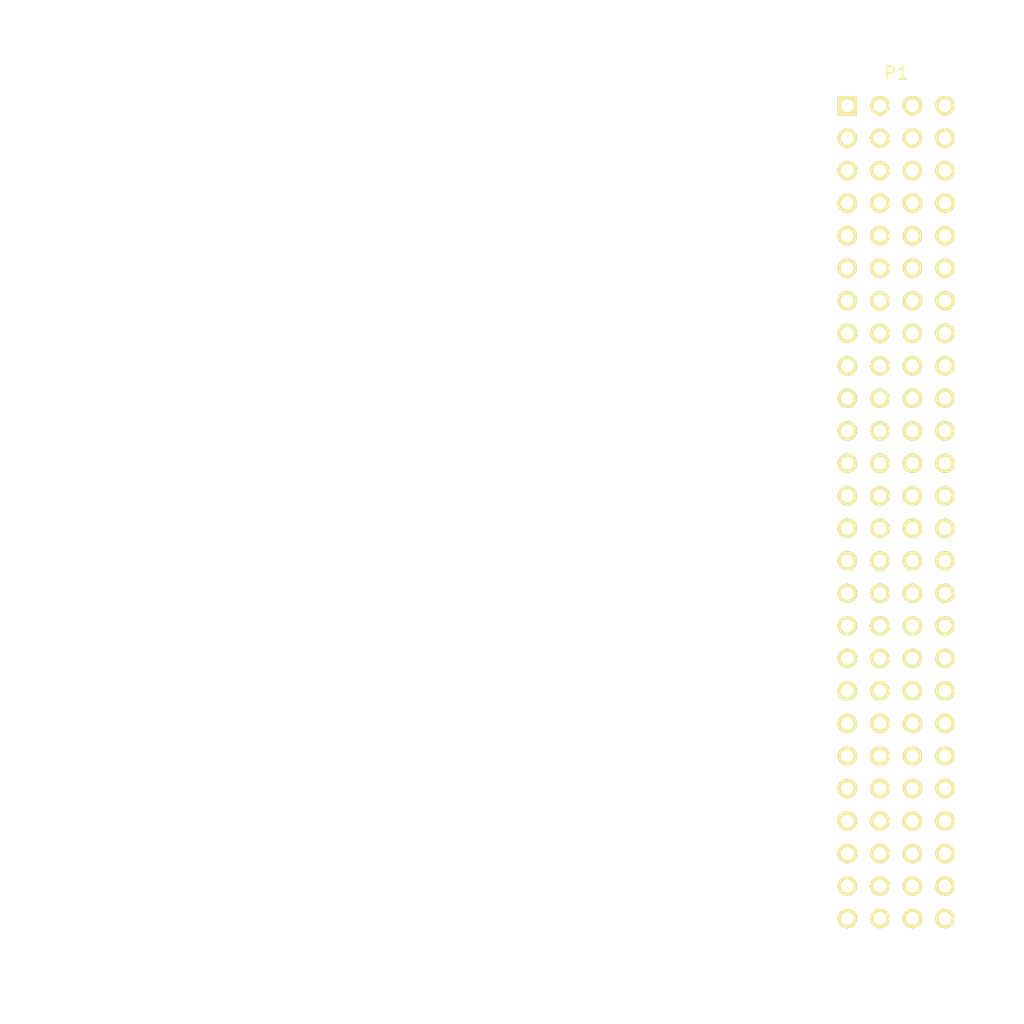
<source format=kicad_pcb>
(kicad_pcb (version 4) (host pcbnew 4.0.2-stable)

  (general
    (links 7)
    (no_connects 5)
    (area 49.924999 49.924999 130.075001 130.075001)
    (thickness 1.6)
    (drawings 8)
    (tracks 13)
    (zones 0)
    (modules 1)
    (nets 16)
  )

  (page A4)
  (layers
    (0 F.Cu signal)
    (1 GND signal)
    (2 Power signal)
    (31 B.Cu signal)
    (32 B.Adhes user)
    (33 F.Adhes user)
    (34 B.Paste user)
    (35 F.Paste user)
    (36 B.SilkS user)
    (37 F.SilkS user)
    (38 B.Mask user)
    (39 F.Mask user)
    (40 Dwgs.User user)
    (41 Cmts.User user)
    (42 Eco1.User user)
    (43 Eco2.User user)
    (44 Edge.Cuts user)
    (45 Margin user)
    (46 B.CrtYd user)
    (47 F.CrtYd user)
    (48 B.Fab user)
    (49 F.Fab user)
  )

  (setup
    (last_trace_width 0.25)
    (trace_clearance 0.2)
    (zone_clearance 0.508)
    (zone_45_only yes)
    (trace_min 0.204)
    (segment_width 0.2)
    (edge_width 0.15)
    (via_size 0.6)
    (via_drill 0.4)
    (via_min_size 0.4)
    (via_min_drill 0.3)
    (uvia_size 0.3)
    (uvia_drill 0.1)
    (uvias_allowed no)
    (uvia_min_size 0.2)
    (uvia_min_drill 0.1)
    (pcb_text_width 0.3)
    (pcb_text_size 1.5 1.5)
    (mod_edge_width 0.15)
    (mod_text_size 1 1)
    (mod_text_width 0.15)
    (pad_size 1.524 1.524)
    (pad_drill 0.762)
    (pad_to_mask_clearance 0.2)
    (aux_axis_origin 0 0)
    (grid_origin 50 50)
    (visible_elements FFFFFF7F)
    (pcbplotparams
      (layerselection 0x00030_80000001)
      (usegerberextensions false)
      (excludeedgelayer true)
      (linewidth 0.100000)
      (plotframeref false)
      (viasonmask false)
      (mode 1)
      (useauxorigin false)
      (hpglpennumber 1)
      (hpglpenspeed 20)
      (hpglpendiameter 15)
      (hpglpenoverlay 2)
      (psnegative false)
      (psa4output false)
      (plotreference true)
      (plotvalue true)
      (plotinvisibletext false)
      (padsonsilk false)
      (subtractmaskfromsilk false)
      (outputformat 1)
      (mirror false)
      (drillshape 1)
      (scaleselection 1)
      (outputdirectory ""))
  )

  (net 0 "")
  (net 1 +5V)
  (net 2 +3V3)
  (net 3 GND)
  (net 4 /VSYS)
  (net 5 /VCHRG)
  (net 6 /VSOLAR)
  (net 7 GNDA)
  (net 8 /VBAT8)
  (net 9 /VBAT4)
  (net 10 /VBAT7)
  (net 11 /VBAT3)
  (net 12 /VBAT6)
  (net 13 /VBAT2)
  (net 14 /VBAT5)
  (net 15 /VBAT1)

  (net_class Default "This is the default net class."
    (clearance 0.2)
    (trace_width 0.25)
    (via_dia 0.6)
    (via_drill 0.4)
    (uvia_dia 0.3)
    (uvia_drill 0.1)
  )

  (net_class Power ""
    (clearance 0.2)
    (trace_width 0.5)
    (via_dia 0.6)
    (via_drill 0.4)
    (uvia_dia 0.3)
    (uvia_drill 0.1)
    (add_net +3V3)
    (add_net +5V)
    (add_net /VBAT1)
    (add_net /VBAT2)
    (add_net /VBAT3)
    (add_net /VBAT4)
    (add_net /VBAT5)
    (add_net /VBAT6)
    (add_net /VBAT7)
    (add_net /VBAT8)
    (add_net /VCHRG)
    (add_net /VSOLAR)
    (add_net /VSYS)
    (add_net GND)
    (add_net GNDA)
  )

  (module PC104:PC104 (layer F.Cu) (tedit 56E4A578) (tstamp 56E4AB62)
    (at 120 90)
    (path /56E49DE7)
    (fp_text reference P1 (at 0 -34.29) (layer F.SilkS)
      (effects (font (size 1 1) (thickness 0.15)))
    )
    (fp_text value PC104 (at 0 33.914) (layer F.Fab)
      (effects (font (size 1 1) (thickness 0.15)))
    )
    (pad 1A thru_hole rect (at -3.81 -31.75) (size 1.5 1.5) (drill 1) (layers *.Cu *.Mask F.SilkS))
    (pad 1B thru_hole circle (at -1.27 -31.75) (size 1.5 1.5) (drill 1) (layers *.Cu *.Mask F.SilkS))
    (pad 2A thru_hole circle (at -3.81 -29.21) (size 1.5 1.5) (drill 1) (layers *.Cu *.Mask F.SilkS))
    (pad 2B thru_hole circle (at -1.27 -29.21) (size 1.5 1.5) (drill 1) (layers *.Cu *.Mask F.SilkS))
    (pad 3A thru_hole circle (at -3.81 -26.67) (size 1.5 1.5) (drill 1) (layers *.Cu *.Mask F.SilkS))
    (pad 3B thru_hole circle (at -1.27 -26.67) (size 1.5 1.5) (drill 1) (layers *.Cu *.Mask F.SilkS))
    (pad 4A thru_hole circle (at -3.81 -24.13) (size 1.5 1.5) (drill 1) (layers *.Cu *.Mask F.SilkS))
    (pad 4B thru_hole circle (at -1.27 -24.13) (size 1.5 1.5) (drill 1) (layers *.Cu *.Mask F.SilkS))
    (pad 5A thru_hole circle (at -3.81 -21.59) (size 1.5 1.5) (drill 1) (layers *.Cu *.Mask F.SilkS))
    (pad 5B thru_hole circle (at -1.27 -21.59) (size 1.5 1.5) (drill 1) (layers *.Cu *.Mask F.SilkS))
    (pad 6A thru_hole circle (at -3.81 -19.05) (size 1.5 1.5) (drill 1) (layers *.Cu *.Mask F.SilkS))
    (pad 6B thru_hole circle (at -1.27 -19.05) (size 1.5 1.5) (drill 1) (layers *.Cu *.Mask F.SilkS))
    (pad 7A thru_hole circle (at -3.81 -16.51) (size 1.5 1.5) (drill 1) (layers *.Cu *.Mask F.SilkS))
    (pad 7B thru_hole circle (at -1.27 -16.51) (size 1.5 1.5) (drill 1) (layers *.Cu *.Mask F.SilkS))
    (pad 8A thru_hole circle (at -3.81 -13.97) (size 1.5 1.5) (drill 1) (layers *.Cu *.Mask F.SilkS))
    (pad 8B thru_hole circle (at -1.27 -13.97) (size 1.5 1.5) (drill 1) (layers *.Cu *.Mask F.SilkS))
    (pad 9A thru_hole circle (at -3.81 -11.43) (size 1.5 1.5) (drill 1) (layers *.Cu *.Mask F.SilkS))
    (pad 9B thru_hole circle (at -1.27 -11.43) (size 1.5 1.5) (drill 1) (layers *.Cu *.Mask F.SilkS))
    (pad 10A thru_hole circle (at -3.81 -8.89) (size 1.5 1.5) (drill 1) (layers *.Cu *.Mask F.SilkS))
    (pad 10B thru_hole circle (at -1.27 -8.89) (size 1.5 1.5) (drill 1) (layers *.Cu *.Mask F.SilkS))
    (pad 11A thru_hole circle (at -3.81 -6.35) (size 1.5 1.5) (drill 1) (layers *.Cu *.Mask F.SilkS))
    (pad 11B thru_hole circle (at -1.27 -6.35) (size 1.5 1.5) (drill 1) (layers *.Cu *.Mask F.SilkS))
    (pad 12A thru_hole circle (at -3.81 -3.81) (size 1.5 1.5) (drill 1) (layers *.Cu *.Mask F.SilkS))
    (pad 12B thru_hole circle (at -1.27 -3.81) (size 1.5 1.5) (drill 1) (layers *.Cu *.Mask F.SilkS))
    (pad 13A thru_hole circle (at -3.81 -1.27) (size 1.5 1.5) (drill 1) (layers *.Cu *.Mask F.SilkS))
    (pad 13B thru_hole circle (at -1.27 -1.27) (size 1.5 1.5) (drill 1) (layers *.Cu *.Mask F.SilkS))
    (pad 14A thru_hole circle (at -3.81 1.27) (size 1.5 1.5) (drill 1) (layers *.Cu *.Mask F.SilkS))
    (pad 14B thru_hole circle (at -1.27 1.27) (size 1.5 1.5) (drill 1) (layers *.Cu *.Mask F.SilkS))
    (pad 15A thru_hole circle (at -3.81 3.81) (size 1.5 1.5) (drill 1) (layers *.Cu *.Mask F.SilkS))
    (pad 15B thru_hole circle (at -1.27 3.81) (size 1.5 1.5) (drill 1) (layers *.Cu *.Mask F.SilkS))
    (pad 16A thru_hole circle (at -3.81 6.35) (size 1.5 1.5) (drill 1) (layers *.Cu *.Mask F.SilkS))
    (pad 16B thru_hole circle (at -1.27 6.35) (size 1.5 1.5) (drill 1) (layers *.Cu *.Mask F.SilkS))
    (pad 17A thru_hole circle (at -3.81 8.89) (size 1.5 1.5) (drill 1) (layers *.Cu *.Mask F.SilkS))
    (pad 17B thru_hole circle (at -1.27 8.89) (size 1.5 1.5) (drill 1) (layers *.Cu *.Mask F.SilkS))
    (pad 18A thru_hole circle (at -3.81 11.43) (size 1.5 1.5) (drill 1) (layers *.Cu *.Mask F.SilkS))
    (pad 18B thru_hole circle (at -1.27 11.43) (size 1.5 1.5) (drill 1) (layers *.Cu *.Mask F.SilkS))
    (pad 19A thru_hole circle (at -3.81 13.97) (size 1.5 1.5) (drill 1) (layers *.Cu *.Mask F.SilkS))
    (pad 19B thru_hole circle (at -1.27 13.97) (size 1.5 1.5) (drill 1) (layers *.Cu *.Mask F.SilkS))
    (pad 20A thru_hole circle (at -3.81 16.51) (size 1.5 1.5) (drill 1) (layers *.Cu *.Mask F.SilkS))
    (pad 20B thru_hole circle (at -1.27 16.51) (size 1.5 1.5) (drill 1) (layers *.Cu *.Mask F.SilkS))
    (pad 21A thru_hole circle (at -3.81 19.05) (size 1.5 1.5) (drill 1) (layers *.Cu *.Mask F.SilkS))
    (pad 21B thru_hole circle (at -1.27 19.05) (size 1.5 1.5) (drill 1) (layers *.Cu *.Mask F.SilkS))
    (pad 22A thru_hole circle (at -3.81 21.59) (size 1.5 1.5) (drill 1) (layers *.Cu *.Mask F.SilkS))
    (pad 22B thru_hole circle (at -1.27 21.59) (size 1.5 1.5) (drill 1) (layers *.Cu *.Mask F.SilkS))
    (pad 23A thru_hole circle (at -3.81 24.13) (size 1.5 1.5) (drill 1) (layers *.Cu *.Mask F.SilkS))
    (pad 23B thru_hole circle (at -1.27 24.13) (size 1.5 1.5) (drill 1) (layers *.Cu *.Mask F.SilkS))
    (pad 24A thru_hole circle (at -3.81 26.67) (size 1.5 1.5) (drill 1) (layers *.Cu *.Mask F.SilkS))
    (pad 24B thru_hole circle (at -1.27 26.67) (size 1.5 1.5) (drill 1) (layers *.Cu *.Mask F.SilkS))
    (pad 25A thru_hole circle (at -3.81 29.21) (size 1.5 1.5) (drill 1) (layers *.Cu *.Mask F.SilkS))
    (pad 25B thru_hole circle (at -1.27 29.21) (size 1.5 1.5) (drill 1) (layers *.Cu *.Mask F.SilkS))
    (pad 26A thru_hole circle (at -3.81 31.75) (size 1.5 1.5) (drill 1) (layers *.Cu *.Mask F.SilkS))
    (pad 26B thru_hole circle (at -1.27 31.75) (size 1.5 1.5) (drill 1) (layers *.Cu *.Mask F.SilkS))
    (pad 1C thru_hole circle (at 1.27 -31.75) (size 1.5 1.5) (drill 1) (layers *.Cu *.Mask F.SilkS))
    (pad 1D thru_hole circle (at 3.81 -31.75) (size 1.5 1.5) (drill 1) (layers *.Cu *.Mask F.SilkS))
    (pad 2C thru_hole circle (at 1.27 -29.21) (size 1.5 1.5) (drill 1) (layers *.Cu *.Mask F.SilkS))
    (pad 2D thru_hole circle (at 3.81 -29.21) (size 1.5 1.5) (drill 1) (layers *.Cu *.Mask F.SilkS))
    (pad 3C thru_hole circle (at 1.27 -26.67) (size 1.5 1.5) (drill 1) (layers *.Cu *.Mask F.SilkS))
    (pad 3D thru_hole circle (at 3.81 -26.67) (size 1.5 1.5) (drill 1) (layers *.Cu *.Mask F.SilkS))
    (pad 4C thru_hole circle (at 1.27 -24.13) (size 1.5 1.5) (drill 1) (layers *.Cu *.Mask F.SilkS))
    (pad 4D thru_hole circle (at 3.81 -24.13) (size 1.5 1.5) (drill 1) (layers *.Cu *.Mask F.SilkS))
    (pad 5C thru_hole circle (at 1.27 -21.59) (size 1.5 1.5) (drill 1) (layers *.Cu *.Mask F.SilkS))
    (pad 5D thru_hole circle (at 3.81 -21.59) (size 1.5 1.5) (drill 1) (layers *.Cu *.Mask F.SilkS))
    (pad 6C thru_hole circle (at 1.27 -19.05) (size 1.5 1.5) (drill 1) (layers *.Cu *.Mask F.SilkS))
    (pad 6D thru_hole circle (at 3.81 -19.05) (size 1.5 1.5) (drill 1) (layers *.Cu *.Mask F.SilkS))
    (pad 7C thru_hole circle (at 1.27 -16.51) (size 1.5 1.5) (drill 1) (layers *.Cu *.Mask F.SilkS))
    (pad 7D thru_hole circle (at 3.81 -16.51) (size 1.5 1.5) (drill 1) (layers *.Cu *.Mask F.SilkS))
    (pad 8C thru_hole circle (at 1.27 -13.97) (size 1.5 1.5) (drill 1) (layers *.Cu *.Mask F.SilkS))
    (pad 8D thru_hole circle (at 3.81 -13.97) (size 1.5 1.5) (drill 1) (layers *.Cu *.Mask F.SilkS))
    (pad 9C thru_hole circle (at 1.27 -11.43) (size 1.5 1.5) (drill 1) (layers *.Cu *.Mask F.SilkS))
    (pad 9D thru_hole circle (at 3.81 -11.43) (size 1.5 1.5) (drill 1) (layers *.Cu *.Mask F.SilkS))
    (pad 10C thru_hole circle (at 1.27 -8.89) (size 1.5 1.5) (drill 1) (layers *.Cu *.Mask F.SilkS))
    (pad 10D thru_hole circle (at 3.81 -8.89) (size 1.5 1.5) (drill 1) (layers *.Cu *.Mask F.SilkS))
    (pad 11C thru_hole circle (at 1.27 -6.35) (size 1.5 1.5) (drill 1) (layers *.Cu *.Mask F.SilkS))
    (pad 11D thru_hole circle (at 3.81 -6.35) (size 1.5 1.5) (drill 1) (layers *.Cu *.Mask F.SilkS))
    (pad 12C thru_hole circle (at 1.27 -3.81) (size 1.5 1.5) (drill 1) (layers *.Cu *.Mask F.SilkS))
    (pad 12D thru_hole circle (at 3.81 -3.81) (size 1.5 1.5) (drill 1) (layers *.Cu *.Mask F.SilkS))
    (pad 13C thru_hole circle (at 1.27 -1.27) (size 1.5 1.5) (drill 1) (layers *.Cu *.Mask F.SilkS)
      (net 1 +5V))
    (pad 13D thru_hole circle (at 3.81 -1.27) (size 1.5 1.5) (drill 1) (layers *.Cu *.Mask F.SilkS)
      (net 1 +5V))
    (pad 14C thru_hole circle (at 1.27 1.27) (size 1.5 1.5) (drill 1) (layers *.Cu *.Mask F.SilkS)
      (net 2 +3V3))
    (pad 14D thru_hole circle (at 3.81 1.27) (size 1.5 1.5) (drill 1) (layers *.Cu *.Mask F.SilkS)
      (net 2 +3V3))
    (pad 15C thru_hole circle (at 1.27 3.81) (size 1.5 1.5) (drill 1) (layers *.Cu *.Mask F.SilkS)
      (net 3 GND))
    (pad 15D thru_hole circle (at 3.81 3.81) (size 1.5 1.5) (drill 1) (layers *.Cu *.Mask F.SilkS)
      (net 3 GND))
    (pad 16C thru_hole circle (at 1.27 6.35) (size 1.5 1.5) (drill 1) (layers *.Cu *.Mask F.SilkS)
      (net 7 GNDA))
    (pad 16D thru_hole circle (at 3.81 6.35) (size 1.5 1.5) (drill 1) (layers *.Cu *.Mask F.SilkS)
      (net 3 GND))
    (pad 17C thru_hole circle (at 1.27 8.89) (size 1.5 1.5) (drill 1) (layers *.Cu *.Mask F.SilkS)
      (net 4 /VSYS))
    (pad 17D thru_hole circle (at 3.81 8.89) (size 1.5 1.5) (drill 1) (layers *.Cu *.Mask F.SilkS)
      (net 4 /VSYS))
    (pad 18C thru_hole circle (at 1.27 11.43) (size 1.5 1.5) (drill 1) (layers *.Cu *.Mask F.SilkS)
      (net 5 /VCHRG))
    (pad 18D thru_hole circle (at 3.81 11.43) (size 1.5 1.5) (drill 1) (layers *.Cu *.Mask F.SilkS)
      (net 5 /VCHRG))
    (pad 19C thru_hole circle (at 1.27 13.97) (size 1.5 1.5) (drill 1) (layers *.Cu *.Mask F.SilkS)
      (net 6 /VSOLAR))
    (pad 19D thru_hole circle (at 3.81 13.97) (size 1.5 1.5) (drill 1) (layers *.Cu *.Mask F.SilkS)
      (net 6 /VSOLAR))
    (pad 20C thru_hole circle (at 1.27 16.51) (size 1.5 1.5) (drill 1) (layers *.Cu *.Mask F.SilkS)
      (net 8 /VBAT8))
    (pad 20D thru_hole circle (at 3.81 16.51) (size 1.5 1.5) (drill 1) (layers *.Cu *.Mask F.SilkS)
      (net 9 /VBAT4))
    (pad 21C thru_hole circle (at 1.27 19.05) (size 1.5 1.5) (drill 1) (layers *.Cu *.Mask F.SilkS)
      (net 10 /VBAT7))
    (pad 21D thru_hole circle (at 3.81 19.05) (size 1.5 1.5) (drill 1) (layers *.Cu *.Mask F.SilkS)
      (net 11 /VBAT3))
    (pad 22C thru_hole circle (at 1.27 21.59) (size 1.5 1.5) (drill 1) (layers *.Cu *.Mask F.SilkS)
      (net 12 /VBAT6))
    (pad 22D thru_hole circle (at 3.81 21.59) (size 1.5 1.5) (drill 1) (layers *.Cu *.Mask F.SilkS)
      (net 13 /VBAT2))
    (pad 23C thru_hole circle (at 1.27 24.13) (size 1.5 1.5) (drill 1) (layers *.Cu *.Mask F.SilkS)
      (net 14 /VBAT5))
    (pad 23D thru_hole circle (at 3.81 24.13) (size 1.5 1.5) (drill 1) (layers *.Cu *.Mask F.SilkS)
      (net 15 /VBAT1))
    (pad 24C thru_hole circle (at 1.27 26.67) (size 1.5 1.5) (drill 1) (layers *.Cu *.Mask F.SilkS))
    (pad 24D thru_hole circle (at 3.81 26.67) (size 1.5 1.5) (drill 1) (layers *.Cu *.Mask F.SilkS))
    (pad 25C thru_hole circle (at 1.27 29.21) (size 1.5 1.5) (drill 1) (layers *.Cu *.Mask F.SilkS))
    (pad 25D thru_hole circle (at 3.81 29.21) (size 1.5 1.5) (drill 1) (layers *.Cu *.Mask F.SilkS))
    (pad 26C thru_hole circle (at 1.27 31.75) (size 1.5 1.5) (drill 1) (layers *.Cu *.Mask F.SilkS))
    (pad 26D thru_hole circle (at 3.81 31.75) (size 1.5 1.5) (drill 1) (layers *.Cu *.Mask F.SilkS))
  )

  (segment (start 123.81 88.73) (end 121.27 88.73) (width 0.5) (layer Power) (net 1))
  (segment (start 123.81 91.27) (end 121.27 91.27) (width 0.5) (layer Power) (net 2))
  (segment (start 120.069999 95.010001) (end 120.144998 95.085) (width 0.5) (layer GND) (net 3))
  (segment (start 120.069999 95.010001) (end 119.995 95.085) (width 0.5) (layer GND) (net 3))
  (segment (start 119.995 95.085) (end 114.135 95.085) (width 0.5) (layer GND) (net 3))
  (segment (start 120.005 92.545) (end 114.135 92.545) (width 0.5) (layer GND) (net 3))
  (segment (start 121.27 93.81) (end 120.005 92.545) (width 0.5) (layer GND) (net 3))
  (segment (start 121.27 93.81) (end 120.069999 95.010001) (width 0.5) (layer GND) (net 3))
  (segment (start 123.81 98.89) (end 121.27 98.89) (width 0.5) (layer Power) (net 4))
  (segment (start 123.81 101.43) (end 121.27 101.43) (width 0.5) (layer Power) (net 5))
  (segment (start 123.81 103.97) (end 121.27 103.97) (width 0.5) (layer Power) (net 6))
  (segment (start 121.27 96.35) (end 119.995 97.625) (width 0.5) (layer GND) (net 7))
  (segment (start 119.995 97.625) (end 114.135 97.625) (width 0.5) (layer GND) (net 7))

  (zone (net 3) (net_name GND) (layer GND) (tstamp 0) (hatch edge 0.508)
    (connect_pads (clearance 0.508))
    (min_thickness 0.254)
    (fill yes (arc_segments 16) (thermal_gap 0.508) (thermal_bridge_width 0.508))
    (polygon
      (pts
        (xy 55 50) (xy 125 50) (xy 130 55) (xy 130 125) (xy 125 130)
        (xy 55 130) (xy 50 125) (xy 50 55)
      )
    )
    (filled_polygon
      (pts
        (xy 129.29 55.294092) (xy 129.29 124.705908) (xy 124.705908 129.29) (xy 55.294092 129.29) (xy 50.71 124.705908)
        (xy 50.71 97.625) (xy 113.25 97.625) (xy 113.317367 97.963675) (xy 113.50921 98.25079) (xy 113.796325 98.442633)
        (xy 114.135 98.51) (xy 114.848134 98.51) (xy 114.805241 98.613298) (xy 114.80476 99.164285) (xy 115.015169 99.673515)
        (xy 115.404436 100.063461) (xy 115.63687 100.159976) (xy 115.406485 100.255169) (xy 115.016539 100.644436) (xy 114.805241 101.153298)
        (xy 114.80476 101.704285) (xy 115.015169 102.213515) (xy 115.404436 102.603461) (xy 115.63687 102.699976) (xy 115.406485 102.795169)
        (xy 115.016539 103.184436) (xy 114.805241 103.693298) (xy 114.80476 104.244285) (xy 115.015169 104.753515) (xy 115.404436 105.143461)
        (xy 115.63687 105.239976) (xy 115.406485 105.335169) (xy 115.016539 105.724436) (xy 114.805241 106.233298) (xy 114.80476 106.784285)
        (xy 115.015169 107.293515) (xy 115.404436 107.683461) (xy 115.63687 107.779976) (xy 115.406485 107.875169) (xy 115.016539 108.264436)
        (xy 114.805241 108.773298) (xy 114.80476 109.324285) (xy 115.015169 109.833515) (xy 115.404436 110.223461) (xy 115.63687 110.319976)
        (xy 115.406485 110.415169) (xy 115.016539 110.804436) (xy 114.805241 111.313298) (xy 114.80476 111.864285) (xy 115.015169 112.373515)
        (xy 115.404436 112.763461) (xy 115.63687 112.859976) (xy 115.406485 112.955169) (xy 115.016539 113.344436) (xy 114.805241 113.853298)
        (xy 114.80476 114.404285) (xy 115.015169 114.913515) (xy 115.404436 115.303461) (xy 115.63687 115.399976) (xy 115.406485 115.495169)
        (xy 115.016539 115.884436) (xy 114.805241 116.393298) (xy 114.80476 116.944285) (xy 115.015169 117.453515) (xy 115.404436 117.843461)
        (xy 115.63687 117.939976) (xy 115.406485 118.035169) (xy 115.016539 118.424436) (xy 114.805241 118.933298) (xy 114.80476 119.484285)
        (xy 115.015169 119.993515) (xy 115.404436 120.383461) (xy 115.63687 120.479976) (xy 115.406485 120.575169) (xy 115.016539 120.964436)
        (xy 114.805241 121.473298) (xy 114.80476 122.024285) (xy 115.015169 122.533515) (xy 115.404436 122.923461) (xy 115.913298 123.134759)
        (xy 116.464285 123.13524) (xy 116.973515 122.924831) (xy 117.363461 122.535564) (xy 117.459976 122.30313) (xy 117.555169 122.533515)
        (xy 117.944436 122.923461) (xy 118.453298 123.134759) (xy 119.004285 123.13524) (xy 119.513515 122.924831) (xy 119.903461 122.535564)
        (xy 119.999976 122.30313) (xy 120.095169 122.533515) (xy 120.484436 122.923461) (xy 120.993298 123.134759) (xy 121.544285 123.13524)
        (xy 122.053515 122.924831) (xy 122.443461 122.535564) (xy 122.539976 122.30313) (xy 122.635169 122.533515) (xy 123.024436 122.923461)
        (xy 123.533298 123.134759) (xy 124.084285 123.13524) (xy 124.593515 122.924831) (xy 124.983461 122.535564) (xy 125.194759 122.026702)
        (xy 125.19524 121.475715) (xy 124.984831 120.966485) (xy 124.595564 120.576539) (xy 124.36313 120.480024) (xy 124.593515 120.384831)
        (xy 124.983461 119.995564) (xy 125.194759 119.486702) (xy 125.19524 118.935715) (xy 124.984831 118.426485) (xy 124.595564 118.036539)
        (xy 124.36313 117.940024) (xy 124.593515 117.844831) (xy 124.983461 117.455564) (xy 125.194759 116.946702) (xy 125.19524 116.395715)
        (xy 124.984831 115.886485) (xy 124.595564 115.496539) (xy 124.36313 115.400024) (xy 124.593515 115.304831) (xy 124.983461 114.915564)
        (xy 125.194759 114.406702) (xy 125.19524 113.855715) (xy 124.984831 113.346485) (xy 124.595564 112.956539) (xy 124.36313 112.860024)
        (xy 124.593515 112.764831) (xy 124.983461 112.375564) (xy 125.194759 111.866702) (xy 125.19524 111.315715) (xy 124.984831 110.806485)
        (xy 124.595564 110.416539) (xy 124.36313 110.320024) (xy 124.593515 110.224831) (xy 124.983461 109.835564) (xy 125.194759 109.326702)
        (xy 125.19524 108.775715) (xy 124.984831 108.266485) (xy 124.595564 107.876539) (xy 124.36313 107.780024) (xy 124.593515 107.684831)
        (xy 124.983461 107.295564) (xy 125.194759 106.786702) (xy 125.19524 106.235715) (xy 124.984831 105.726485) (xy 124.595564 105.336539)
        (xy 124.36313 105.240024) (xy 124.593515 105.144831) (xy 124.983461 104.755564) (xy 125.194759 104.246702) (xy 125.19524 103.695715)
        (xy 124.984831 103.186485) (xy 124.595564 102.796539) (xy 124.36313 102.700024) (xy 124.593515 102.604831) (xy 124.983461 102.215564)
        (xy 125.194759 101.706702) (xy 125.19524 101.155715) (xy 124.984831 100.646485) (xy 124.595564 100.256539) (xy 124.36313 100.160024)
        (xy 124.593515 100.064831) (xy 124.983461 99.675564) (xy 125.194759 99.166702) (xy 125.19524 98.615715) (xy 124.984831 98.106485)
        (xy 124.595564 97.716539) (xy 124.379021 97.626623) (xy 124.533923 97.56246) (xy 124.601912 97.321517) (xy 123.81 96.529605)
        (xy 123.018088 97.321517) (xy 123.086077 97.56246) (xy 123.252621 97.621732) (xy 123.026485 97.715169) (xy 122.636539 98.104436)
        (xy 122.540024 98.33687) (xy 122.444831 98.106485) (xy 122.055564 97.716539) (xy 121.82313 97.620024) (xy 122.053515 97.524831)
        (xy 122.443461 97.135564) (xy 122.533377 96.919021) (xy 122.59754 97.073923) (xy 122.838483 97.141912) (xy 123.630395 96.35)
        (xy 123.989605 96.35) (xy 124.781517 97.141912) (xy 125.02246 97.073923) (xy 125.207201 96.554829) (xy 125.17923 96.004552)
        (xy 125.02246 95.626077) (xy 124.781517 95.558088) (xy 123.989605 96.35) (xy 123.630395 96.35) (xy 122.838483 95.558088)
        (xy 122.59754 95.626077) (xy 122.538268 95.792621) (xy 122.444831 95.566485) (xy 122.055564 95.176539) (xy 121.839021 95.086623)
        (xy 121.993923 95.02246) (xy 122.061912 94.781517) (xy 123.018088 94.781517) (xy 123.086077 95.02246) (xy 123.235511 95.075642)
        (xy 123.086077 95.13754) (xy 123.018088 95.378483) (xy 123.81 96.170395) (xy 124.601912 95.378483) (xy 124.533923 95.13754)
        (xy 124.384489 95.084358) (xy 124.533923 95.02246) (xy 124.601912 94.781517) (xy 123.81 93.989605) (xy 123.018088 94.781517)
        (xy 122.061912 94.781517) (xy 121.27 93.989605) (xy 120.478088 94.781517) (xy 120.546077 95.02246) (xy 120.712621 95.081732)
        (xy 120.486485 95.175169) (xy 120.096539 95.564436) (xy 120.000024 95.79687) (xy 119.904831 95.566485) (xy 119.515564 95.176539)
        (xy 119.28313 95.080024) (xy 119.513515 94.984831) (xy 119.903461 94.595564) (xy 119.993377 94.379021) (xy 120.05754 94.533923)
        (xy 120.298483 94.601912) (xy 121.090395 93.81) (xy 121.449605 93.81) (xy 122.241517 94.601912) (xy 122.48246 94.533923)
        (xy 122.535642 94.384489) (xy 122.59754 94.533923) (xy 122.838483 94.601912) (xy 123.630395 93.81) (xy 123.989605 93.81)
        (xy 124.781517 94.601912) (xy 125.02246 94.533923) (xy 125.207201 94.014829) (xy 125.17923 93.464552) (xy 125.02246 93.086077)
        (xy 124.781517 93.018088) (xy 123.989605 93.81) (xy 123.630395 93.81) (xy 122.838483 93.018088) (xy 122.59754 93.086077)
        (xy 122.544358 93.235511) (xy 122.48246 93.086077) (xy 122.241517 93.018088) (xy 121.449605 93.81) (xy 121.090395 93.81)
        (xy 120.298483 93.018088) (xy 120.05754 93.086077) (xy 119.998268 93.252621) (xy 119.904831 93.026485) (xy 119.515564 92.636539)
        (xy 119.28313 92.540024) (xy 119.513515 92.444831) (xy 119.903461 92.055564) (xy 119.999976 91.82313) (xy 120.095169 92.053515)
        (xy 120.484436 92.443461) (xy 120.700979 92.533377) (xy 120.546077 92.59754) (xy 120.478088 92.838483) (xy 121.27 93.630395)
        (xy 122.061912 92.838483) (xy 121.993923 92.59754) (xy 121.827379 92.538268) (xy 122.053515 92.444831) (xy 122.443461 92.055564)
        (xy 122.539976 91.82313) (xy 122.635169 92.053515) (xy 123.024436 92.443461) (xy 123.240979 92.533377) (xy 123.086077 92.59754)
        (xy 123.018088 92.838483) (xy 123.81 93.630395) (xy 124.601912 92.838483) (xy 124.533923 92.59754) (xy 124.367379 92.538268)
        (xy 124.593515 92.444831) (xy 124.983461 92.055564) (xy 125.194759 91.546702) (xy 125.19524 90.995715) (xy 124.984831 90.486485)
        (xy 124.595564 90.096539) (xy 124.36313 90.000024) (xy 124.593515 89.904831) (xy 124.983461 89.515564) (xy 125.194759 89.006702)
        (xy 125.19524 88.455715) (xy 124.984831 87.946485) (xy 124.595564 87.556539) (xy 124.36313 87.460024) (xy 124.593515 87.364831)
        (xy 124.983461 86.975564) (xy 125.194759 86.466702) (xy 125.19524 85.915715) (xy 124.984831 85.406485) (xy 124.595564 85.016539)
        (xy 124.36313 84.920024) (xy 124.593515 84.824831) (xy 124.983461 84.435564) (xy 125.194759 83.926702) (xy 125.19524 83.375715)
        (xy 124.984831 82.866485) (xy 124.595564 82.476539) (xy 124.36313 82.380024) (xy 124.593515 82.284831) (xy 124.983461 81.895564)
        (xy 125.194759 81.386702) (xy 125.19524 80.835715) (xy 124.984831 80.326485) (xy 124.595564 79.936539) (xy 124.36313 79.840024)
        (xy 124.593515 79.744831) (xy 124.983461 79.355564) (xy 125.194759 78.846702) (xy 125.19524 78.295715) (xy 124.984831 77.786485)
        (xy 124.595564 77.396539) (xy 124.36313 77.300024) (xy 124.593515 77.204831) (xy 124.983461 76.815564) (xy 125.194759 76.306702)
        (xy 125.19524 75.755715) (xy 124.984831 75.246485) (xy 124.595564 74.856539) (xy 124.36313 74.760024) (xy 124.593515 74.664831)
        (xy 124.983461 74.275564) (xy 125.194759 73.766702) (xy 125.19524 73.215715) (xy 124.984831 72.706485) (xy 124.595564 72.316539)
        (xy 124.36313 72.220024) (xy 124.593515 72.124831) (xy 124.983461 71.735564) (xy 125.194759 71.226702) (xy 125.19524 70.675715)
        (xy 124.984831 70.166485) (xy 124.595564 69.776539) (xy 124.36313 69.680024) (xy 124.593515 69.584831) (xy 124.983461 69.195564)
        (xy 125.194759 68.686702) (xy 125.19524 68.135715) (xy 124.984831 67.626485) (xy 124.595564 67.236539) (xy 124.36313 67.140024)
        (xy 124.593515 67.044831) (xy 124.983461 66.655564) (xy 125.194759 66.146702) (xy 125.19524 65.595715) (xy 124.984831 65.086485)
        (xy 124.595564 64.696539) (xy 124.36313 64.600024) (xy 124.593515 64.504831) (xy 124.983461 64.115564) (xy 125.194759 63.606702)
        (xy 125.19524 63.055715) (xy 124.984831 62.546485) (xy 124.595564 62.156539) (xy 124.36313 62.060024) (xy 124.593515 61.964831)
        (xy 124.983461 61.575564) (xy 125.194759 61.066702) (xy 125.19524 60.515715) (xy 124.984831 60.006485) (xy 124.595564 59.616539)
        (xy 124.36313 59.520024) (xy 124.593515 59.424831) (xy 124.983461 59.035564) (xy 125.194759 58.526702) (xy 125.19524 57.975715)
        (xy 124.984831 57.466485) (xy 124.595564 57.076539) (xy 124.086702 56.865241) (xy 123.535715 56.86476) (xy 123.026485 57.075169)
        (xy 122.636539 57.464436) (xy 122.540024 57.69687) (xy 122.444831 57.466485) (xy 122.055564 57.076539) (xy 121.546702 56.865241)
        (xy 120.995715 56.86476) (xy 120.486485 57.075169) (xy 120.096539 57.464436) (xy 120.000024 57.69687) (xy 119.904831 57.466485)
        (xy 119.515564 57.076539) (xy 119.006702 56.865241) (xy 118.455715 56.86476) (xy 117.946485 57.075169) (xy 117.57692 57.444091)
        (xy 117.543162 57.264683) (xy 117.40409 57.048559) (xy 117.19189 56.903569) (xy 116.94 56.85256) (xy 115.44 56.85256)
        (xy 115.204683 56.896838) (xy 114.988559 57.03591) (xy 114.843569 57.24811) (xy 114.79256 57.5) (xy 114.79256 59)
        (xy 114.836838 59.235317) (xy 114.97591 59.451441) (xy 115.18811 59.596431) (xy 115.385262 59.636355) (xy 115.016539 60.004436)
        (xy 114.805241 60.513298) (xy 114.80476 61.064285) (xy 115.015169 61.573515) (xy 115.404436 61.963461) (xy 115.63687 62.059976)
        (xy 115.406485 62.155169) (xy 115.016539 62.544436) (xy 114.805241 63.053298) (xy 114.80476 63.604285) (xy 115.015169 64.113515)
        (xy 115.404436 64.503461) (xy 115.63687 64.599976) (xy 115.406485 64.695169) (xy 115.016539 65.084436) (xy 114.805241 65.593298)
        (xy 114.80476 66.144285) (xy 115.015169 66.653515) (xy 115.404436 67.043461) (xy 115.63687 67.139976) (xy 115.406485 67.235169)
        (xy 115.016539 67.624436) (xy 114.805241 68.133298) (xy 114.80476 68.684285) (xy 115.015169 69.193515) (xy 115.404436 69.583461)
        (xy 115.63687 69.679976) (xy 115.406485 69.775169) (xy 115.016539 70.164436) (xy 114.805241 70.673298) (xy 114.80476 71.224285)
        (xy 115.015169 71.733515) (xy 115.404436 72.123461) (xy 115.63687 72.219976) (xy 115.406485 72.315169) (xy 115.016539 72.704436)
        (xy 114.805241 73.213298) (xy 114.80476 73.764285) (xy 115.015169 74.273515) (xy 115.404436 74.663461) (xy 115.63687 74.759976)
        (xy 115.406485 74.855169) (xy 115.016539 75.244436) (xy 114.805241 75.753298) (xy 114.80476 76.304285) (xy 115.015169 76.813515)
        (xy 115.404436 77.203461) (xy 115.63687 77.299976) (xy 115.406485 77.395169) (xy 115.016539 77.784436) (xy 114.805241 78.293298)
        (xy 114.80476 78.844285) (xy 115.015169 79.353515) (xy 115.404436 79.743461) (xy 115.63687 79.839976) (xy 115.406485 79.935169)
        (xy 115.016539 80.324436) (xy 114.805241 80.833298) (xy 114.80476 81.384285) (xy 115.015169 81.893515) (xy 115.404436 82.283461)
        (xy 115.63687 82.379976) (xy 115.406485 82.475169) (xy 115.016539 82.864436) (xy 114.805241 83.373298) (xy 114.80476 83.924285)
        (xy 115.015169 84.433515) (xy 115.404436 84.823461) (xy 115.63687 84.919976) (xy 115.406485 85.015169) (xy 115.016539 85.404436)
        (xy 114.805241 85.913298) (xy 114.80476 86.464285) (xy 115.015169 86.973515) (xy 115.404436 87.363461) (xy 115.63687 87.459976)
        (xy 115.406485 87.555169) (xy 115.016539 87.944436) (xy 114.805241 88.453298) (xy 114.80476 89.004285) (xy 115.015169 89.513515)
        (xy 115.404436 89.903461) (xy 115.63687 89.999976) (xy 115.406485 90.095169) (xy 115.016539 90.484436) (xy 114.805241 90.993298)
        (xy 114.80476 91.544285) (xy 115.015169 92.053515) (xy 115.404436 92.443461) (xy 115.63687 92.539976) (xy 115.406485 92.635169)
        (xy 115.016539 93.024436) (xy 114.805241 93.533298) (xy 114.80476 94.084285) (xy 115.015169 94.593515) (xy 115.404436 94.983461)
        (xy 115.63687 95.079976) (xy 115.406485 95.175169) (xy 115.016539 95.564436) (xy 114.805241 96.073298) (xy 114.80476 96.624285)
        (xy 114.852572 96.74) (xy 114.135 96.74) (xy 113.796325 96.807367) (xy 113.50921 96.99921) (xy 113.317367 97.286325)
        (xy 113.25 97.625) (xy 50.71 97.625) (xy 50.71 55.294092) (xy 55.294092 50.71) (xy 124.705908 50.71)
      )
    )
  )
  (zone (net 0) (net_name "") (layer F.Cu) (tstamp 0) (hatch edge 0.508)
    (connect_pads (clearance 0.508))
    (min_thickness 0.254)
    (keepout (tracks not_allowed) (vias not_allowed) (copperpour allowed))
    (fill (arc_segments 16) (thermal_gap 0.508) (thermal_bridge_width 0.508))
    (polygon
      (pts
        (xy 130 117.5) (xy 117.5 130) (xy 125 130) (xy 130 125)
      )
    )
  )
  (zone (net 0) (net_name "") (layer B.Cu) (tstamp 0) (hatch edge 0.508)
    (connect_pads (clearance 0.508))
    (min_thickness 0.254)
    (keepout (tracks not_allowed) (vias not_allowed) (copperpour allowed))
    (fill (arc_segments 16) (thermal_gap 0.508) (thermal_bridge_width 0.508))
    (polygon
      (pts
        (xy 117.5 50) (xy 130 62.5) (xy 130 55) (xy 125 50)
      )
    )
  )
  (zone (net 0) (net_name "") (layer B.Cu) (tstamp 0) (hatch edge 0.508)
    (connect_pads (clearance 0.508))
    (min_thickness 0.254)
    (keepout (tracks not_allowed) (vias not_allowed) (copperpour allowed))
    (fill (arc_segments 16) (thermal_gap 0.508) (thermal_bridge_width 0.508))
    (polygon
      (pts
        (xy 50 62.5) (xy 50 55) (xy 55 50) (xy 62.5 50)
      )
    )
  )
  (zone (net 0) (net_name "") (layer B.Cu) (tstamp 0) (hatch edge 0.508)
    (connect_pads (clearance 0.508))
    (min_thickness 0.254)
    (keepout (tracks not_allowed) (vias not_allowed) (copperpour allowed))
    (fill (arc_segments 16) (thermal_gap 0.508) (thermal_bridge_width 0.508))
    (polygon
      (pts
        (xy 50 125) (xy 50 117.5) (xy 62.5 130) (xy 55 130)
      )
    )
  )
  (zone (net 0) (net_name "") (layer F.Cu) (tstamp 56E4ACCD) (hatch edge 0.508)
    (connect_pads (clearance 0.508))
    (min_thickness 0.254)
    (keepout (tracks not_allowed) (vias not_allowed) (copperpour allowed))
    (fill (arc_segments 16) (thermal_gap 0.508) (thermal_bridge_width 0.508))
    (polygon
      (pts
        (xy 117.5 50) (xy 130 62.5) (xy 130 55) (xy 125 50)
      )
    )
  )
  (zone (net 0) (net_name "") (layer F.Cu) (tstamp 56E4ACD6) (hatch edge 0.508)
    (connect_pads (clearance 0.508))
    (min_thickness 0.254)
    (keepout (tracks not_allowed) (vias not_allowed) (copperpour allowed))
    (fill (arc_segments 16) (thermal_gap 0.508) (thermal_bridge_width 0.508))
    (polygon
      (pts
        (xy 50 62.5) (xy 50 55) (xy 55 50) (xy 62.5 50)
      )
    )
  )
  (zone (net 0) (net_name "") (layer B.Cu) (tstamp 56E4AD03) (hatch edge 0.508)
    (connect_pads (clearance 0.508))
    (min_thickness 0.254)
    (keepout (tracks not_allowed) (vias not_allowed) (copperpour allowed))
    (fill (arc_segments 16) (thermal_gap 0.508) (thermal_bridge_width 0.508))
    (polygon
      (pts
        (xy 130 117.5) (xy 117.5 130) (xy 125 130) (xy 130 125)
      )
    )
  )
  (zone (net 0) (net_name "") (layer F.Cu) (tstamp 56E4AD16) (hatch edge 0.508)
    (connect_pads (clearance 0.508))
    (min_thickness 0.254)
    (keepout (tracks not_allowed) (vias not_allowed) (copperpour allowed))
    (fill (arc_segments 16) (thermal_gap 0.508) (thermal_bridge_width 0.508))
    (polygon
      (pts
        (xy 50 125) (xy 50 117.5) (xy 62.5 130) (xy 55 130)
      )
    )
  )
)

</source>
